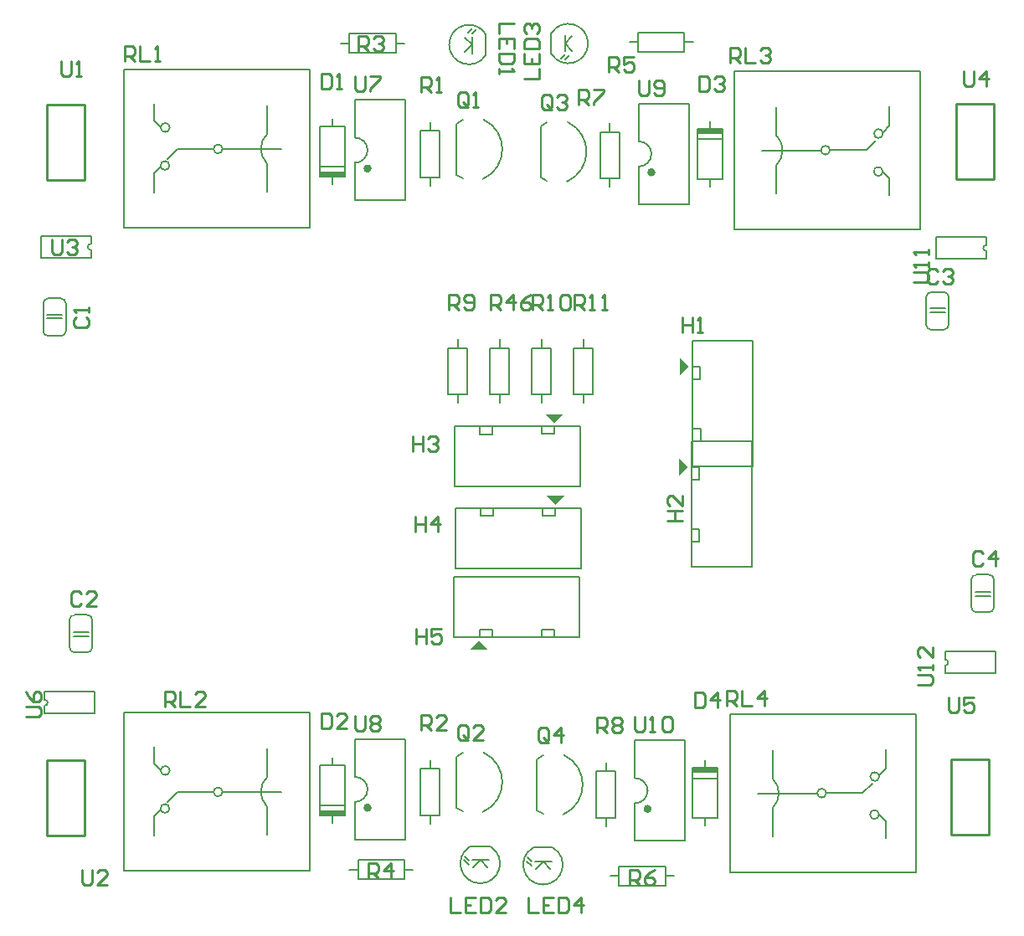
<source format=gto>
G04*
G04 #@! TF.GenerationSoftware,Altium Limited,Altium Designer,18.0.7 (293)*
G04*
G04 Layer_Color=65535*
%FSTAX24Y24*%
%MOIN*%
G70*
G01*
G75*
%ADD10C,0.0070*%
%ADD11C,0.0060*%
%ADD12C,0.0079*%
%ADD13C,0.0070*%
%ADD14C,0.0150*%
%ADD15C,0.0080*%
%ADD16C,0.0100*%
%ADD17R,0.1000X0.0200*%
G36*
X048545Y020855D02*
X049255D01*
X048905Y021205D01*
Y021215D01*
X048545Y020855D01*
D02*
G37*
G36*
X052305Y026995D02*
X051595D01*
X051945Y026645D01*
Y026635D01*
X052305Y026995D01*
D02*
G37*
G36*
X05227Y030245D02*
X05156D01*
X05191Y029895D01*
Y029885D01*
X05227Y030245D01*
D02*
G37*
G36*
X056855Y028505D02*
Y027795D01*
X057205Y028145D01*
X057215D01*
X056855Y028505D01*
D02*
G37*
G36*
X056905Y032505D02*
Y031795D01*
X057255Y032145D01*
X057265D01*
X056905Y032505D01*
D02*
G37*
D10*
X048548Y013027D02*
G03*
X049347Y013026I000398J-000679D01*
G01*
X051048Y012977D02*
G03*
X051847Y012976I000398J-000679D01*
G01*
X049177Y045352D02*
G03*
X049176Y044553I-000679J-000398D01*
G01*
X051773Y044598D02*
G03*
X051774Y045397I000679J000398D01*
G01*
D11*
X03245Y03465D02*
G03*
X03225Y03485I-0002J0D01*
G01*
X03175D02*
G03*
X03155Y03465I0J-0002D01*
G01*
Y03355D02*
G03*
X03175Y03335I0002J0D01*
G01*
X03225D02*
G03*
X03245Y03355I0J0002D01*
G01*
X0328Y02225D02*
G03*
X0326Y02205I0J-0002D01*
G01*
X0335D02*
G03*
X0333Y02225I-0002J0D01*
G01*
Y02075D02*
G03*
X0335Y02095I0J0002D01*
G01*
X0326D02*
G03*
X0328Y02075I0002J0D01*
G01*
X0687Y02385D02*
G03*
X0685Y02365I0J-0002D01*
G01*
X0694D02*
G03*
X0692Y02385I-0002J0D01*
G01*
Y02235D02*
G03*
X0694Y02255I0J0002D01*
G01*
X0685D02*
G03*
X0687Y02235I0002J0D01*
G01*
X0674Y0336D02*
G03*
X0676Y0338I0J0002D01*
G01*
X0667D02*
G03*
X0669Y0336I0002J0D01*
G01*
Y0351D02*
G03*
X0667Y0349I0J-0002D01*
G01*
X0676D02*
G03*
X0674Y0351I-0002J0D01*
G01*
X03175Y03485D02*
X03225D01*
X03175Y03335D02*
X03225D01*
X03155Y03355D02*
Y03465D01*
X03245Y03355D02*
Y03465D01*
X0326Y02095D02*
Y02205D01*
X0335Y02095D02*
Y02205D01*
X0328Y02225D02*
X0333D01*
X0328Y02075D02*
X0333D01*
X0685Y02255D02*
Y02365D01*
X0694Y02255D02*
Y02365D01*
X0687Y02385D02*
X0692D01*
X0687Y02235D02*
X0692D01*
X0676Y0338D02*
Y0349D01*
X0667Y0338D02*
Y0349D01*
X0669Y0336D02*
X0674D01*
X0669Y0351D02*
X0674D01*
D12*
X06745Y020227D02*
G03*
X06745Y020477I0J000125D01*
G01*
X0316Y018627D02*
G03*
X0316Y018877I0J000125D01*
G01*
X03345Y037027D02*
G03*
X03345Y036777I0J-000125D01*
G01*
X0691Y036977D02*
G03*
X0691Y036727I0J-000125D01*
G01*
X06745Y019923D02*
Y020227D01*
Y020477D02*
Y020782D01*
X06945D01*
Y019923D02*
Y020782D01*
X06745Y019923D02*
X06945D01*
X0316Y018323D02*
X0336D01*
Y019181D01*
X0316D02*
X0336D01*
X0316Y018877D02*
Y019181D01*
Y018323D02*
Y018627D01*
X03145Y037332D02*
X03345D01*
X03145Y036473D02*
Y037332D01*
Y036473D02*
X03345D01*
Y036777D01*
Y037027D02*
Y037332D01*
X0671Y037281D02*
X0691D01*
X0671Y036423D02*
Y037281D01*
Y036423D02*
X0691D01*
Y036727D01*
Y036977D02*
Y037281D01*
D13*
X04046Y01579D02*
G03*
X04045Y01463I000575J-000585D01*
G01*
X038686Y0152D02*
G03*
X038686Y0152I-000178J0D01*
G01*
X036576Y01454D02*
G03*
X036576Y01454I-000178J0D01*
G01*
X036586Y01605D02*
G03*
X036586Y01605I-000178J0D01*
G01*
X043946Y0148D02*
G03*
X04395Y0158I000017J0005D01*
G01*
X043946Y04025D02*
G03*
X04395Y04125I000017J0005D01*
G01*
X055096Y01475D02*
G03*
X0551Y01575I000017J0005D01*
G01*
X055246Y0401D02*
G03*
X05525Y0411I000017J0005D01*
G01*
X036586Y04165D02*
G03*
X036586Y04165I-000178J0D01*
G01*
X036576Y04014D02*
G03*
X036576Y04014I-000178J0D01*
G01*
X038686Y0408D02*
G03*
X038686Y0408I-000178J0D01*
G01*
X04046Y04139D02*
G03*
X04045Y04023I000575J-000585D01*
G01*
X04905Y014401D02*
G03*
X049082Y016765I-000524J00119D01*
G01*
X04905Y039601D02*
G03*
X049082Y041965I-000524J00119D01*
G01*
X06482Y0143D02*
G03*
X06482Y0143I-000178J0D01*
G01*
X06483Y01581D02*
G03*
X06483Y01581I-000178J0D01*
G01*
X06272Y01515D02*
G03*
X06272Y01515I-000178J0D01*
G01*
X06059Y01456D02*
G03*
X0606Y01572I-000575J000585D01*
G01*
X06497Y0399D02*
G03*
X06497Y0399I-000178J0D01*
G01*
X06498Y04141D02*
G03*
X06498Y04141I-000178J0D01*
G01*
X06287Y04075D02*
G03*
X06287Y04075I-000178J0D01*
G01*
X06074Y04016D02*
G03*
X06075Y04132I-000575J000585D01*
G01*
X05225Y014301D02*
G03*
X052282Y016665I-000524J00119D01*
G01*
X0524Y039501D02*
G03*
X052432Y041865I-000524J00119D01*
G01*
X04863Y01248D02*
X04929D01*
X04895D02*
X04924Y01219D01*
X04866D02*
X04895Y01248D01*
X048552Y013029D02*
X049343D01*
X04831Y01248D02*
X04848Y01231D01*
X04834Y01264D02*
X04851Y01247D01*
X05113Y01243D02*
X05179D01*
X05145D02*
X05174Y01214D01*
X05116D02*
X05145Y01243D01*
X051052Y012979D02*
X051843D01*
X05081Y01243D02*
X05098Y01226D01*
X05084Y01259D02*
X05101Y01242D01*
X05774Y01615D02*
X0579D01*
X05811D01*
X0574Y01574D02*
X05837D01*
X0579Y01615D02*
Y01645D01*
Y01385D02*
Y01415D01*
X0574Y01615D02*
X0579D01*
X0574Y01415D02*
Y01615D01*
Y01415D02*
X0584D01*
Y01615D01*
X0579D02*
X0584D01*
X05632Y01147D02*
Y01223D01*
X05447Y01147D02*
Y01223D01*
X05632D01*
X05413Y01185D02*
X05447D01*
Y01147D02*
X05632D01*
Y01185D02*
X05667D01*
X05737Y02515D02*
X05767D01*
Y02565D01*
X05737D02*
X05767D01*
X05735Y02763D02*
X05765D01*
Y02813D01*
X05735D02*
X05765D01*
X05975Y02415D02*
Y02915D01*
X05735Y02415D02*
X05835D01*
X05735D02*
Y02915D01*
X05975D01*
X05835Y02415D02*
X05975D01*
X048915Y02943D02*
Y02973D01*
Y02943D02*
X049415D01*
Y02973D01*
X051395Y02945D02*
Y02975D01*
Y02945D02*
X051895D01*
Y02975D01*
X047915Y02735D02*
X052915D01*
X047915Y02875D02*
Y02975D01*
X052915D01*
Y02735D02*
Y02975D01*
X047915Y02735D02*
Y02875D01*
X04895Y02618D02*
Y02648D01*
Y02618D02*
X04945D01*
Y02648D01*
X05143Y0262D02*
Y0265D01*
Y0262D02*
X05193D01*
Y0265D01*
X04795Y0241D02*
X05295D01*
X04795Y0255D02*
Y0265D01*
X05295D01*
Y0241D02*
Y0265D01*
X04795Y0241D02*
Y0255D01*
X0519Y02137D02*
Y02167D01*
X0514D02*
X0519D01*
X0514Y02137D02*
Y02167D01*
X04942Y02135D02*
Y02165D01*
X04892D02*
X04942D01*
X04892Y02135D02*
Y02165D01*
X0479Y02375D02*
X0529D01*
Y02135D02*
Y02235D01*
X0479Y02135D02*
X0529D01*
X0479D02*
Y02375D01*
X0529Y02235D02*
Y02375D01*
X04408Y01172D02*
Y01248D01*
X04593Y01172D02*
Y01248D01*
X04408Y01172D02*
X04593D01*
Y0121D02*
X04627D01*
X04408Y01248D02*
X04593D01*
X04373Y0121D02*
X04408D01*
X04046Y01348D02*
Y01462D01*
X04047Y0158D02*
Y01693D01*
X03649Y01481D02*
X03688Y0152D01*
X03831D01*
X03596Y01632D02*
X03623Y01605D01*
X03596Y01632D02*
Y01698D01*
Y01422D02*
X03622Y01448D01*
X03596Y01346D02*
Y01422D01*
X03475Y01205D02*
X04215D01*
X03475Y01835D02*
X04215D01*
Y01205D02*
Y01835D01*
X03475Y01205D02*
Y01835D01*
X03871Y01521D02*
X04104D01*
X04338Y045D02*
X04373D01*
Y04538D02*
X04558D01*
Y045D02*
X04592D01*
X04373Y04462D02*
X04558D01*
Y04538D01*
X04373Y04462D02*
Y04538D01*
X04862Y04539D02*
X04879Y04556D01*
X04846Y04542D02*
X04863Y04559D01*
X049179Y044557D02*
Y045348D01*
X04834Y04524D02*
X04863Y04495D01*
X04834Y04466D02*
X04863Y04495D01*
Y04461D02*
Y04527D01*
X05707Y04505D02*
X05742D01*
X05522Y04467D02*
X05707D01*
X05488Y04505D02*
X05522D01*
Y04543D02*
X05707D01*
X05522Y04467D02*
Y04543D01*
X05707Y04467D02*
Y04543D01*
X05372Y04147D02*
X05448D01*
X05372Y03962D02*
X05448D01*
X05372D02*
Y04147D01*
X0541Y03928D02*
Y03962D01*
X05448D02*
Y04147D01*
X0541D02*
Y04182D01*
X05216Y04439D02*
X05233Y04456D01*
X05232Y04436D02*
X05249Y04453D01*
X051771Y044602D02*
Y045393D01*
X05232Y045D02*
X05261Y04471D01*
X05232Y045D02*
X05261Y04529D01*
X05232Y04468D02*
Y04534D01*
X04395Y0173D02*
X04595D01*
Y0133D02*
Y0173D01*
X04395Y0133D02*
X04595D01*
X04395Y01581D02*
Y0173D01*
Y0133D02*
Y0148D01*
Y04275D02*
X04595D01*
Y03875D02*
Y04275D01*
X04395Y03875D02*
X04595D01*
X04395Y04126D02*
Y04275D01*
Y03875D02*
Y04025D01*
X04805Y03287D02*
Y03322D01*
X04843Y03102D02*
Y03287D01*
X04805Y03068D02*
Y03102D01*
X04767D02*
Y03287D01*
Y03102D02*
X04843D01*
X04767Y03287D02*
X04843D01*
X049717D02*
Y03322D01*
X050097Y03102D02*
Y03287D01*
X049717Y03068D02*
Y03102D01*
X049337D02*
Y03287D01*
Y03102D02*
X050097D01*
X049337Y03287D02*
X050097D01*
X0551Y01725D02*
X0571D01*
Y01325D02*
Y01725D01*
X0551Y01325D02*
X0571D01*
X0551Y01576D02*
Y01725D01*
Y01325D02*
Y01475D01*
X05525Y0426D02*
X05725D01*
Y0386D02*
Y0426D01*
X05525Y0386D02*
X05725D01*
X05525Y04111D02*
Y0426D01*
Y0386D02*
Y0401D01*
X05305Y03287D02*
Y03322D01*
X05343Y03102D02*
Y03287D01*
X05305Y03068D02*
Y03102D01*
X05267D02*
Y03287D01*
Y03102D02*
X05343D01*
X05267Y03287D02*
X05343D01*
X051383D02*
Y03322D01*
X051763Y03102D02*
Y03287D01*
X051383Y03068D02*
Y03102D01*
X051003D02*
Y03287D01*
Y03102D02*
X051763D01*
X051003Y03287D02*
X051763D01*
X0584Y02815D02*
X0598D01*
X0574Y03315D02*
X0598D01*
X0574Y02815D02*
Y03315D01*
Y02815D02*
X0584D01*
X0598D02*
Y03315D01*
X0574Y03213D02*
X0577D01*
Y03163D02*
Y03213D01*
X0574Y03163D02*
X0577D01*
X05742Y02965D02*
X05772D01*
Y02915D02*
Y02965D01*
X05742Y02915D02*
X05772D01*
X03871Y04081D02*
X04104D01*
X03475Y03765D02*
Y04395D01*
X04215Y03765D02*
Y04395D01*
X03475D02*
X04215D01*
X03475Y03765D02*
X04215D01*
X03596Y03906D02*
Y03982D01*
X03622Y04008D01*
X03596Y04192D02*
Y04258D01*
Y04192D02*
X03623Y04165D01*
X03688Y0408D02*
X03831D01*
X03649Y04041D02*
X03688Y0408D01*
X04047Y0414D02*
Y04253D01*
X04046Y03908D02*
Y04022D01*
X04255Y01425D02*
X04305D01*
X04255D02*
Y01625D01*
X04355D01*
Y01425D02*
Y01625D01*
X04305Y01425D02*
X04355D01*
X04305Y01625D02*
Y01655D01*
Y01395D02*
Y01425D01*
X04258Y01466D02*
X04355D01*
X04284Y01425D02*
X04305D01*
X04321D01*
X04255Y0397D02*
X04305D01*
X04255D02*
Y0417D01*
X04355D01*
Y0397D02*
Y0417D01*
X04305Y0397D02*
X04355D01*
X04305Y0417D02*
Y042D01*
Y0394D02*
Y0397D01*
X04258Y04011D02*
X04355D01*
X04284Y0397D02*
X04305D01*
X04321D01*
X04695Y01612D02*
Y01647D01*
X04733Y01427D02*
Y01612D01*
X04695Y01393D02*
Y01427D01*
X04657D02*
Y01612D01*
Y01427D02*
X04733D01*
X04657Y01612D02*
X04733D01*
X04695Y04152D02*
Y04187D01*
X04733Y03967D02*
Y04152D01*
X04695Y03933D02*
Y03967D01*
X04657D02*
Y04152D01*
Y03967D02*
X04733D01*
X04657Y04152D02*
X04733D01*
X048Y01455D02*
Y01658D01*
Y01455D02*
X04826Y01442D01*
X048Y01658D02*
X048248Y016753D01*
X048Y03975D02*
Y04178D01*
Y03975D02*
X04826Y03962D01*
X048Y04178D02*
X048248Y041953D01*
X06001Y01514D02*
X06234D01*
X0663Y012D02*
Y0183D01*
X0589Y012D02*
Y0183D01*
Y012D02*
X0663D01*
X0589Y0183D02*
X0663D01*
X06509Y01613D02*
Y01689D01*
X06483Y01587D02*
X06509Y01613D01*
Y01337D02*
Y01403D01*
X06482Y0143D02*
X06509Y01403D01*
X06274Y01515D02*
X06417D01*
X06456Y01554D01*
X06058Y01342D02*
Y01455D01*
X06059Y01573D02*
Y01687D01*
X06016Y04074D02*
X06249D01*
X06645Y0376D02*
Y0439D01*
X05905Y0376D02*
Y0439D01*
Y0376D02*
X06645D01*
X05905Y0439D02*
X06645D01*
X06524Y04173D02*
Y04249D01*
X06498Y04147D02*
X06524Y04173D01*
Y03897D02*
Y03963D01*
X06497Y0399D02*
X06524Y03963D01*
X06289Y04075D02*
X06432D01*
X06471Y04114D01*
X06073Y03902D02*
Y04015D01*
X06074Y04133D02*
Y04247D01*
X0581Y0416D02*
X0586D01*
Y0396D02*
Y0416D01*
X0576Y0396D02*
X0586D01*
X0576D02*
Y0416D01*
X0581D01*
Y0393D02*
Y0396D01*
Y0416D02*
Y0419D01*
X0576Y04119D02*
X05857D01*
X0581Y0416D02*
X05831D01*
X05794D02*
X0581D01*
X05395Y01602D02*
Y01637D01*
X05433Y01417D02*
Y01602D01*
X05395Y01383D02*
Y01417D01*
X05357D02*
Y01602D01*
Y01417D02*
X05433D01*
X05357Y01602D02*
X05433D01*
X0512Y01445D02*
Y01648D01*
Y01445D02*
X05146Y01432D01*
X0512Y01648D02*
X051448Y016653D01*
X05135Y03965D02*
Y04168D01*
Y03965D02*
X05161Y03952D01*
X05135Y04168D02*
X051598Y041853D01*
D14*
X04454Y01457D02*
G03*
X04454Y01457I-00008J0D01*
G01*
Y04002D02*
G03*
X04454Y04002I-00008J0D01*
G01*
X05569Y01452D02*
G03*
X05569Y01452I-00008J0D01*
G01*
X05584Y03987D02*
G03*
X05584Y03987I-00008J0D01*
G01*
D15*
X0317Y0342D02*
X0323D01*
X0317Y03405D02*
X0323D01*
X03275Y02155D02*
X03335D01*
X03275Y0214D02*
X03335D01*
X06865Y02315D02*
X06925D01*
X06865Y023D02*
X06925D01*
X06685Y0343D02*
X06745D01*
X06685Y03445D02*
X06745D01*
D16*
X0692Y0135D02*
Y0165D01*
X0677D02*
X0692D01*
X0677Y0135D02*
Y0165D01*
Y0135D02*
X0692D01*
X0317Y03955D02*
Y04255D01*
Y03955D02*
X0332D01*
Y04255D01*
X0317D02*
X0332D01*
X0317Y01345D02*
Y01645D01*
Y01345D02*
X0332D01*
Y01645D01*
X0317D02*
X0332D01*
X0694Y0396D02*
Y0426D01*
X0679D02*
X0694D01*
X0679Y0396D02*
Y0426D01*
Y0396D02*
X0694D01*
X06635Y01945D02*
X06685D01*
X06695Y01955D01*
Y01975D01*
X06685Y01985D01*
X06635D01*
X06695Y02005D02*
Y02025D01*
Y02015D01*
X06635D01*
X06645Y02005D01*
X06695Y02095D02*
Y02055D01*
X06655Y02095D01*
X06645D01*
X06635Y02085D01*
Y02065D01*
X06645Y02055D01*
X0662Y035505D02*
X0667D01*
X0668Y035605D01*
Y035805D01*
X0667Y035905D01*
X0662D01*
X0668Y036105D02*
Y036304D01*
Y036205D01*
X0662D01*
X0663Y036105D01*
X0668Y036604D02*
Y036804D01*
Y036704D01*
X0662D01*
X0663Y036604D01*
X03085Y0182D02*
X03135D01*
X03145Y0183D01*
Y0185D01*
X03135Y0186D01*
X03085D01*
Y0192D02*
X03095Y019D01*
X03115Y0188D01*
X03135D01*
X03145Y0189D01*
Y0191D01*
X03135Y0192D01*
X03125D01*
X03115Y0191D01*
Y0188D01*
X0319Y0372D02*
Y0367D01*
X032Y0366D01*
X0322D01*
X0323Y0367D01*
Y0372D01*
X0325Y0371D02*
X0326Y0372D01*
X0328D01*
X0329Y0371D01*
Y037D01*
X0328Y0369D01*
X0327D01*
X0328D01*
X0329Y0368D01*
Y0367D01*
X0328Y0366D01*
X0326D01*
X0325Y0367D01*
X0549Y0115D02*
Y0121D01*
X0552D01*
X0553Y012D01*
Y0118D01*
X0552Y0117D01*
X0549D01*
X0551D02*
X0553Y0115D01*
X0559Y0121D02*
X0557Y012D01*
X0555Y0118D01*
Y0116D01*
X0556Y0115D01*
X0558D01*
X0559Y0116D01*
Y0117D01*
X0558Y0118D01*
X0555D01*
X05405Y04385D02*
Y04445D01*
X05435D01*
X05445Y04435D01*
Y04415D01*
X05435Y04405D01*
X05405D01*
X05425D02*
X05445Y04385D01*
X05505Y04445D02*
X05465D01*
Y04415D01*
X05485Y04425D01*
X05495D01*
X05505Y04415D01*
Y04395D01*
X05495Y04385D01*
X05475D01*
X05465Y04395D01*
X0445Y01175D02*
Y01235D01*
X0448D01*
X0449Y01225D01*
Y01205D01*
X0448Y01195D01*
X0445D01*
X0447D02*
X0449Y01175D01*
X0454D02*
Y01235D01*
X0451Y01205D01*
X0455D01*
X0441Y0447D02*
Y0453D01*
X0444D01*
X0445Y0452D01*
Y045D01*
X0444Y0449D01*
X0441D01*
X0443D02*
X0445Y0447D01*
X0447Y0452D02*
X0448Y0453D01*
X045D01*
X0451Y0452D01*
Y0451D01*
X045Y045D01*
X0449D01*
X045D01*
X0451Y0449D01*
Y0448D01*
X045Y0447D01*
X0448D01*
X0447Y0448D01*
X05085Y011D02*
Y0104D01*
X05125D01*
X05185Y011D02*
X05145D01*
Y0104D01*
X05185D01*
X05145Y0107D02*
X05165D01*
X05205Y011D02*
Y0104D01*
X05235D01*
X052449Y0105D01*
Y0109D01*
X05235Y011D01*
X05205D01*
X052949Y0104D02*
Y011D01*
X052649Y0107D01*
X053049D01*
X0507Y0436D02*
X0513D01*
Y044D01*
X0507Y0446D02*
Y0442D01*
X0513D01*
Y0446D01*
X051Y0442D02*
Y0444D01*
X0507Y0448D02*
X0513D01*
Y0451D01*
X0512Y045199D01*
X0508D01*
X0507Y0451D01*
Y0448D01*
X0508Y045399D02*
X0507Y045499D01*
Y045699D01*
X0508Y045799D01*
X0509D01*
X051Y045699D01*
Y045599D01*
Y045699D01*
X0511Y045799D01*
X0512D01*
X0513Y045699D01*
Y045499D01*
X0512Y045399D01*
X04775Y011D02*
Y0104D01*
X04815D01*
X04875Y011D02*
X04835D01*
Y0104D01*
X04875D01*
X04835Y0107D02*
X04855D01*
X04895Y011D02*
Y0104D01*
X04925D01*
X049349Y0105D01*
Y0109D01*
X04925Y011D01*
X04895D01*
X049949Y0104D02*
X049549D01*
X049949Y0108D01*
Y0109D01*
X049849Y011D01*
X049649D01*
X049549Y0109D01*
X0503Y0458D02*
X0497D01*
Y0454D01*
X0503Y0448D02*
Y0452D01*
X0497D01*
Y0448D01*
X05Y0452D02*
Y045D01*
X0503Y0446D02*
X0497D01*
Y0443D01*
X0498Y044201D01*
X0502D01*
X0503Y0443D01*
Y0446D01*
X0497Y044001D02*
Y043801D01*
Y043901D01*
X0503D01*
X0502Y044001D01*
X0464Y0217D02*
Y0211D01*
Y0214D01*
X0468D01*
Y0217D01*
Y0211D01*
X0474Y0217D02*
X047D01*
Y0214D01*
X0472Y0215D01*
X0473D01*
X0474Y0214D01*
Y0212D01*
X0473Y0211D01*
X0471D01*
X047Y0212D01*
X06897Y02468D02*
X06887Y02478D01*
X06867D01*
X06857Y02468D01*
Y02428D01*
X06867Y02418D01*
X06887D01*
X06897Y02428D01*
X06947Y02418D02*
Y02478D01*
X06917Y02448D01*
X06957D01*
X06717Y03593D02*
X06707Y03603D01*
X06687D01*
X06677Y03593D01*
Y03553D01*
X06687Y03543D01*
X06707D01*
X06717Y03553D01*
X06737Y03593D02*
X06747Y03603D01*
X06767D01*
X06777Y03593D01*
Y03583D01*
X06767Y03573D01*
X06757D01*
X06767D01*
X06777Y03563D01*
Y03553D01*
X06767Y03543D01*
X06747D01*
X06737Y03553D01*
X03307Y02308D02*
X03297Y02318D01*
X03277D01*
X03267Y02308D01*
Y02268D01*
X03277Y02258D01*
X03297D01*
X03307Y02268D01*
X03367Y02258D02*
X03327D01*
X03367Y02298D01*
Y02308D01*
X03357Y02318D01*
X03337D01*
X03327Y02308D01*
X03285Y0341D02*
X03275Y034D01*
Y0338D01*
X03285Y0337D01*
X03325D01*
X03335Y0338D01*
Y034D01*
X03325Y0341D01*
X03335Y0343D02*
Y0345D01*
Y0344D01*
X03275D01*
X03285Y0343D01*
X04635Y02615D02*
Y02555D01*
Y02585D01*
X04675D01*
Y02615D01*
Y02555D01*
X04725D02*
Y02615D01*
X04695Y02585D01*
X04735D01*
X05511Y01818D02*
Y01768D01*
X05521Y01758D01*
X05541D01*
X05551Y01768D01*
Y01818D01*
X05571Y01758D02*
X05591D01*
X05581D01*
Y01818D01*
X05571Y01808D01*
X05621D02*
X05631Y01818D01*
X05651D01*
X05661Y01808D01*
Y01768D01*
X05651Y01758D01*
X05631D01*
X05621Y01768D01*
Y01808D01*
X05526Y04353D02*
Y04303D01*
X05536Y04293D01*
X05556D01*
X05566Y04303D01*
Y04353D01*
X05586Y04303D02*
X05596Y04293D01*
X05616D01*
X05626Y04303D01*
Y04343D01*
X05616Y04353D01*
X05596D01*
X05586Y04343D01*
Y04333D01*
X05596Y04323D01*
X05626D01*
X04396Y01823D02*
Y01773D01*
X04406Y01763D01*
X04426D01*
X04436Y01773D01*
Y01823D01*
X04456Y01813D02*
X04466Y01823D01*
X04486D01*
X04496Y01813D01*
Y01803D01*
X04486Y01793D01*
X04496Y01783D01*
Y01773D01*
X04486Y01763D01*
X04466D01*
X04456Y01773D01*
Y01783D01*
X04466Y01793D01*
X04456Y01803D01*
Y01813D01*
X04466Y01793D02*
X04486D01*
X04396Y04368D02*
Y04318D01*
X04406Y04308D01*
X04426D01*
X04436Y04318D01*
Y04368D01*
X04456D02*
X04496D01*
Y04358D01*
X04456Y04318D01*
Y04308D01*
X049347Y0344D02*
Y035D01*
X049647D01*
X049747Y0349D01*
Y0347D01*
X049647Y0346D01*
X049347D01*
X049547D02*
X049747Y0344D01*
X050246D02*
Y035D01*
X049946Y0347D01*
X050346D01*
X050946Y035D02*
X050746Y0349D01*
X050546Y0347D01*
Y0345D01*
X050646Y0344D01*
X050846D01*
X050946Y0345D01*
Y0346D01*
X050846Y0347D01*
X050546D01*
X05268Y0344D02*
Y035D01*
X05298D01*
X05308Y0349D01*
Y0347D01*
X05298Y0346D01*
X05268D01*
X05288D02*
X05308Y0344D01*
X05328D02*
X05348D01*
X05338D01*
Y035D01*
X05328Y0349D01*
X05378Y0344D02*
X05398D01*
X05388D01*
Y035D01*
X05378Y0349D01*
X051013Y0344D02*
Y035D01*
X051313D01*
X051413Y0349D01*
Y0347D01*
X051313Y0346D01*
X051013D01*
X051213D02*
X051413Y0344D01*
X051613D02*
X051813D01*
X051713D01*
Y035D01*
X051613Y0349D01*
X052113D02*
X052213Y035D01*
X052413D01*
X052513Y0349D01*
Y0345D01*
X052413Y0344D01*
X052213D01*
X052113Y0345D01*
Y0349D01*
X04768Y0344D02*
Y035D01*
X04798D01*
X04808Y0349D01*
Y0347D01*
X04798Y0346D01*
X04768D01*
X04788D02*
X04808Y0344D01*
X04828Y0345D02*
X04838Y0344D01*
X04858D01*
X04868Y0345D01*
Y0349D01*
X04858Y035D01*
X04838D01*
X04828Y0349D01*
Y0348D01*
X04838Y0347D01*
X04868D01*
X0676Y01895D02*
Y01845D01*
X0677Y01835D01*
X0679D01*
X068Y01845D01*
Y01895D01*
X0686D02*
X0682D01*
Y01865D01*
X0684Y01875D01*
X0685D01*
X0686Y01865D01*
Y01845D01*
X0685Y01835D01*
X0683D01*
X0682Y01845D01*
X0682Y0439D02*
Y0434D01*
X0683Y0433D01*
X0685D01*
X0686Y0434D01*
Y0439D01*
X0691Y0433D02*
Y0439D01*
X0688Y0436D01*
X0692D01*
X0331Y0121D02*
Y0116D01*
X0332Y0115D01*
X0334D01*
X0335Y0116D01*
Y0121D01*
X0341Y0115D02*
X0337D01*
X0341Y0119D01*
Y012D01*
X034Y0121D01*
X0338D01*
X0337Y012D01*
X03225Y0443D02*
Y0438D01*
X03235Y0437D01*
X03255D01*
X03265Y0438D01*
Y0443D01*
X03285Y0437D02*
X03305D01*
X03295D01*
Y0443D01*
X03285Y0442D01*
X05876Y01863D02*
Y01923D01*
X05906D01*
X05916Y01913D01*
Y01893D01*
X05906Y01883D01*
X05876D01*
X05896D02*
X05916Y01863D01*
X05936Y01923D02*
Y01863D01*
X05976D01*
X06026D02*
Y01923D01*
X05996Y01893D01*
X060359D01*
X05891Y04424D02*
Y04484D01*
X05921D01*
X05931Y04474D01*
Y04454D01*
X05921Y04444D01*
X05891D01*
X05911D02*
X05931Y04424D01*
X05951Y04484D02*
Y04424D01*
X05991D01*
X06011Y04474D02*
X06021Y04484D01*
X06041D01*
X060509Y04474D01*
Y04464D01*
X06041Y04454D01*
X06031D01*
X06041D01*
X060509Y04444D01*
Y04434D01*
X06041Y04424D01*
X06021D01*
X06011Y04434D01*
X0364Y0186D02*
Y0192D01*
X0367D01*
X0368Y0191D01*
Y0189D01*
X0367Y0188D01*
X0364D01*
X0366D02*
X0368Y0186D01*
X037Y0192D02*
Y0186D01*
X0374D01*
X037999D02*
X0376D01*
X037999Y019D01*
Y0191D01*
X0379Y0192D01*
X0377D01*
X0376Y0191D01*
X03479Y04429D02*
Y04489D01*
X03509D01*
X03519Y04479D01*
Y04459D01*
X03509Y04449D01*
X03479D01*
X03499D02*
X03519Y04429D01*
X03539Y04489D02*
Y04429D01*
X03579D01*
X03599D02*
X03619D01*
X03609D01*
Y04489D01*
X03599Y04479D01*
X05358Y01755D02*
Y01815D01*
X05388D01*
X05398Y01805D01*
Y01785D01*
X05388Y01775D01*
X05358D01*
X05378D02*
X05398Y01755D01*
X05418Y01805D02*
X05428Y01815D01*
X05448D01*
X05458Y01805D01*
Y01795D01*
X05448Y01785D01*
X05458Y01775D01*
Y01765D01*
X05448Y01755D01*
X05428D01*
X05418Y01765D01*
Y01775D01*
X05428Y01785D01*
X05418Y01795D01*
Y01805D01*
X05428Y01785D02*
X05448D01*
X05285Y04255D02*
Y04315D01*
X05315D01*
X05325Y04305D01*
Y04285D01*
X05315Y04275D01*
X05285D01*
X05305D02*
X05325Y04255D01*
X05345Y04315D02*
X05385D01*
Y04305D01*
X05345Y04265D01*
Y04255D01*
X04658Y01765D02*
Y01825D01*
X04688D01*
X04698Y01815D01*
Y01795D01*
X04688Y01785D01*
X04658D01*
X04678D02*
X04698Y01765D01*
X04758D02*
X04718D01*
X04758Y01805D01*
Y01815D01*
X04748Y01825D01*
X04728D01*
X04718Y01815D01*
X04658Y04305D02*
Y04365D01*
X04688D01*
X04698Y04355D01*
Y04335D01*
X04688Y04325D01*
X04658D01*
X04678D02*
X04698Y04305D01*
X04718D02*
X04738D01*
X04728D01*
Y04365D01*
X04718Y04355D01*
X05166Y01727D02*
Y01767D01*
X05156Y01777D01*
X05136D01*
X05126Y01767D01*
Y01727D01*
X05136Y01717D01*
X05156D01*
X05146Y01737D02*
X05166Y01717D01*
X05156D02*
X05166Y01727D01*
X05216Y01717D02*
Y01777D01*
X05186Y01747D01*
X05226D01*
X05181Y04247D02*
Y04287D01*
X05171Y04297D01*
X05151D01*
X05141Y04287D01*
Y04247D01*
X05151Y04237D01*
X05171D01*
X05161Y04257D02*
X05181Y04237D01*
X05171D02*
X05181Y04247D01*
X05201Y04287D02*
X05211Y04297D01*
X05231D01*
X05241Y04287D01*
Y04277D01*
X05231Y04267D01*
X05221D01*
X05231D01*
X05241Y04257D01*
Y04247D01*
X05231Y04237D01*
X05211D01*
X05201Y04247D01*
X04846Y01737D02*
Y01777D01*
X04836Y01787D01*
X04816D01*
X04806Y01777D01*
Y01737D01*
X04816Y01727D01*
X04836D01*
X04826Y01747D02*
X04846Y01727D01*
X04836D02*
X04846Y01737D01*
X04906Y01727D02*
X04866D01*
X04906Y01767D01*
Y01777D01*
X04896Y01787D01*
X04876D01*
X04866Y01777D01*
X04847Y04257D02*
Y04297D01*
X04837Y04307D01*
X04817D01*
X04807Y04297D01*
Y04257D01*
X04817Y04247D01*
X04837D01*
X04827Y04267D02*
X04847Y04247D01*
X04837D02*
X04847Y04257D01*
X04867Y04247D02*
X04887D01*
X04877D01*
Y04307D01*
X04867Y04297D01*
X04625Y02935D02*
Y02875D01*
Y02905D01*
X04665D01*
Y02935D01*
Y02875D01*
X04685Y02925D02*
X04695Y02935D01*
X04715D01*
X04725Y02925D01*
Y02915D01*
X04715Y02905D01*
X04705D01*
X04715D01*
X04725Y02895D01*
Y02885D01*
X04715Y02875D01*
X04695D01*
X04685Y02885D01*
X0564Y026D02*
X057D01*
X0567D01*
Y0264D01*
X0564D01*
X057D01*
Y027D02*
Y0266D01*
X0566Y027D01*
X0565D01*
X0564Y0269D01*
Y0267D01*
X0565Y0266D01*
X057Y03408D02*
Y03348D01*
Y03378D01*
X0574D01*
Y03408D01*
Y03348D01*
X0576D02*
X0578D01*
X0577D01*
Y03408D01*
X0576Y03398D01*
X0575Y01915D02*
Y01855D01*
X0578D01*
X0579Y01865D01*
Y01905D01*
X0578Y01915D01*
X0575D01*
X0584Y01855D02*
Y01915D01*
X0581Y01885D01*
X0585D01*
X05766Y04369D02*
Y04309D01*
X05796D01*
X05806Y04319D01*
Y04359D01*
X05796Y04369D01*
X05766D01*
X05826Y04359D02*
X05836Y04369D01*
X05856D01*
X05866Y04359D01*
Y04349D01*
X05856Y04339D01*
X05846D01*
X05856D01*
X05866Y04329D01*
Y04319D01*
X05856Y04309D01*
X05836D01*
X05826Y04319D01*
X04262Y01834D02*
Y01774D01*
X04292D01*
X04302Y01784D01*
Y01824D01*
X04292Y01834D01*
X04262D01*
X04362Y01774D02*
X04322D01*
X04362Y01814D01*
Y01824D01*
X04352Y01834D01*
X04332D01*
X04322Y01824D01*
X04262Y04379D02*
Y04319D01*
X04292D01*
X04302Y04329D01*
Y04369D01*
X04292Y04379D01*
X04262D01*
X04322Y04319D02*
X04342D01*
X04332D01*
Y04379D01*
X04322Y04369D01*
D17*
X0579Y01605D02*
D03*
X04305Y01435D02*
D03*
Y0398D02*
D03*
X0581Y0415D02*
D03*
M02*

</source>
